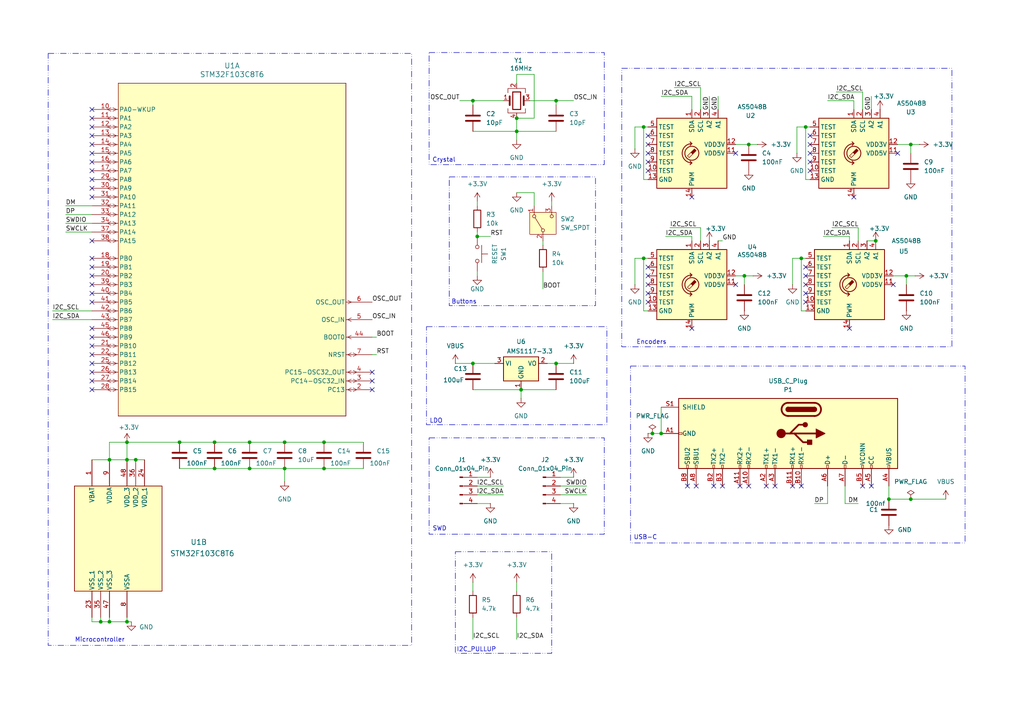
<source format=kicad_sch>
(kicad_sch (version 20250114) (generator "eeschema") (generator_version "9.0")
  (paper "A4")
  (lib_symbols
    (symbol "Connector:Conn_01x04_Pin" (pin_names (offset 1.016) (hide yes))
      (property "Reference" "J" (at 0 5.08 0))
      (property "Value" "Conn_01x04_Pin" (at 0 -7.62 0))
      (symbol "Conn_01x04_Pin_1_1"
        (pin passive line (at 5.08 2.54 180) (length 3.81) (name "Pin_1") (number "1"))
        (pin passive line (at 5.08 0 180) (length 3.81) (name "Pin_2") (number "2"))
        (pin passive line (at 5.08 -2.54 180) (length 3.81) (name "Pin_3") (number "3"))
        (pin passive line (at 5.08 -5.08 180) (length 3.81) (name "Pin_4") (number "4"))
      )
    )
    (symbol "Connector:USB_C_Plug" (pin_names (offset 1.016))
      (property "Reference" "P" (at -10.16 29.21 0))
      (property "Value" "USB_C_Plug" (at 10.16 29.21 0))
      (symbol "USB_C_Plug_1_1"
        (pin passive line (at -7.62 -40.64 90) (length 5.08) (name "SHIELD") (number "S1"))
        (pin passive line (at 0 -40.64 90) (length 5.08) (name "GND") (number "A1"))
        (pin passive line (at 0 -40.64 90) (length 5.08) (hide yes) (name "GND") (number "A12"))
        (pin passive line (at 0 -40.64 90) (length 5.08) (hide yes) (name "GND") (number "B1"))
        (pin passive line (at 0 -40.64 90) (length 5.08) (hide yes) (name "GND") (number "B12"))
        (pin passive line (at 15.24 25.4 180) (length 5.08) (name "VBUS") (number "A4"))
        (pin passive line (at 15.24 25.4 180) (length 5.08) (hide yes) (name "VBUS") (number "A9"))
        (pin passive line (at 15.24 25.4 180) (length 5.08) (hide yes) (name "VBUS") (number "B4"))
        (pin passive line (at 15.24 25.4 180) (length 5.08) (hide yes) (name "VBUS") (number "B9"))
        (pin bidirectional line (at 15.24 20.32 180) (length 5.08) (name "CC") (number "A5"))
        (pin bidirectional line (at 15.24 17.78 180) (length 5.08) (name "VCONN") (number "B5"))
        (pin bidirectional line (at 15.24 12.7 180) (length 5.08) (name "D-") (number "A7"))
        (pin bidirectional line (at 15.24 7.62 180) (length 5.08) (name "D+") (number "A6"))
        (pin bidirectional line (at 15.24 0 180) (length 5.08) (name "RX1-") (number "B10"))
        (pin bidirectional line (at 15.24 -2.54 180) (length 5.08) (name "RX1+") (number "B11"))
        (pin bidirectional line (at 15.24 -7.62 180) (length 5.08) (name "TX1-") (number "A3"))
        (pin bidirectional line (at 15.24 -10.16 180) (length 5.08) (name "TX1+") (number "A2"))
        (pin bidirectional line (at 15.24 -15.24 180) (length 5.08) (name "RX2-") (number "A10"))
        (pin bidirectional line (at 15.24 -17.78 180) (length 5.08) (name "RX2+") (number "A11"))
        (pin bidirectional line (at 15.24 -22.86 180) (length 5.08) (name "TX2-") (number "B3"))
        (pin bidirectional line (at 15.24 -25.4 180) (length 5.08) (name "TX2+") (number "B2"))
        (pin bidirectional line (at 15.24 -30.48 180) (length 5.08) (name "SBU1") (number "A8"))
        (pin bidirectional line (at 15.24 -33.02 180) (length 5.08) (name "SBU2") (number "B8"))
      )
    )
    (symbol "Device:C" (pin_numbers (hide yes)) (pin_names (offset 0.254))
      (property "Reference" "C" (at 0.635 2.54 0))
      (property "Value" "C" (at 0.635 -2.54 0))
      (symbol "C_1_1"
        (pin passive line (at 0 3.81 270) (length 2.794) (name "~") (number "1"))
        (pin passive line (at 0 -3.81 90) (length 2.794) (name "~") (number "2"))
      )
    )
    (symbol "Device:Crystal_GND24" (pin_names (offset 1.016) (hide yes))
      (property "Reference" "Y" (at 3.175 5.08 0))
      (property "Value" "Crystal_GND24" (at 3.175 3.175 0))
      (symbol "Crystal_GND24_1_1"
        (pin passive line (at -3.81 0 0) (length 1.27) (name "1") (number "1"))
        (pin passive line (at 0 5.08 270) (length 1.27) (name "2") (number "2"))
        (pin passive line (at 0 -5.08 90) (length 1.27) (name "4") (number "4"))
        (pin passive line (at 3.81 0 180) (length 1.27) (name "3") (number "3"))
      )
    )
    (symbol "Device:R" (pin_numbers (hide yes)) (pin_names (offset 0))
      (property "Reference" "R" (at 2.032 0 90))
      (property "Value" "R" (at 0 0 90))
      (symbol "R_1_1"
        (pin passive line (at 0 3.81 270) (length 1.27) (name "~") (number "1"))
        (pin passive line (at 0 -3.81 90) (length 1.27) (name "~") (number "2"))
      )
    )
    (symbol "Regulator_Linear:AMS1117-3.3"
      (property "Reference" "U" (at -3.81 3.175 0))
      (property "Value" "AMS1117-3.3" (at 0 3.175 0))
      (symbol "AMS1117-3.3_1_1"
        (pin power_in line (at -7.62 0 0) (length 2.54) (name "VI") (number "3"))
        (pin power_in line (at 0 -7.62 90) (length 2.54) (name "GND") (number "1"))
        (pin power_out line (at 7.62 0 180) (length 2.54) (name "VO") (number "2"))
      )
    )
    (symbol "STM32F103C8T6_1" (pin_names (offset 0.254))
      (property "Reference" "U1" (at 40.64 12.7 0))
      (property "Value" "STM32F103C8T6" (at 40.64 10.16 0))
      (symbol "STM32F103C8T6_1_1_1"
        (pin bidirectional line (at 0 0 0) (length 7.62) (name "PA0-WKUP") (number "10"))
        (pin bidirectional line (at 0 -2.54 0) (length 7.62) (name "PA1") (number "11"))
        (pin bidirectional line (at 0 -5.08 0) (length 7.62) (name "PA2") (number "12"))
        (pin bidirectional line (at 0 -7.62 0) (length 7.62) (name "PA3") (number "13"))
        (pin bidirectional line (at 0 -10.16 0) (length 7.62) (name "PA4") (number "14"))
        (pin bidirectional line (at 0 -12.7 0) (length 7.62) (name "PA5") (number "15"))
        (pin bidirectional line (at 0 -15.24 0) (length 7.62) (name "PA6") (number "16"))
        (pin bidirectional line (at 0 -17.78 0) (length 7.62) (name "PA7") (number "17"))
        (pin bidirectional line (at 0 -20.32 0) (length 7.62) (name "PA8") (number "29"))
        (pin bidirectional line (at 0 -22.86 0) (length 7.62) (name "PA9") (number "30"))
        (pin bidirectional line (at 0 -25.4 0) (length 7.62) (name "PA10") (number "31"))
        (pin bidirectional line (at 0 -27.94 0) (length 7.62) (name "PA11") (number "32"))
        (pin bidirectional line (at 0 -30.48 0) (length 7.62) (name "PA12") (number "33"))
        (pin bidirectional line (at 0 -33.02 0) (length 7.62) (name "PA13") (number "34"))
        (pin bidirectional line (at 0 -35.56 0) (length 7.62) (name "PA14") (number "37"))
        (pin bidirectional line (at 0 -38.1 0) (length 7.62) (name "PA15") (number "38"))
        (pin bidirectional line (at 0 -43.18 0) (length 7.62) (name "PB0") (number "18"))
        (pin bidirectional line (at 0 -45.72 0) (length 7.62) (name "PB1") (number "19"))
        (pin bidirectional line (at 0 -48.26 0) (length 7.62) (name "PB2") (number "20"))
        (pin bidirectional line (at 0 -50.8 0) (length 7.62) (name "PB3") (number "39"))
        (pin bidirectional line (at 0 -53.34 0) (length 7.62) (name "PB4") (number "40"))
        (pin bidirectional line (at 0 -55.88 0) (length 7.62) (name "PB5") (number "41"))
        (pin bidirectional line (at 0 -58.42 0) (length 7.62) (name "PB6") (number "42"))
        (pin bidirectional line (at 0 -60.96 0) (length 7.62) (name "PB7") (number "43"))
        (pin bidirectional line (at 0 -63.5 0) (length 7.62) (name "PB8") (number "45"))
        (pin bidirectional line (at 0 -66.04 0) (length 7.62) (name "PB9") (number "46"))
        (pin bidirectional line (at 0 -68.58 0) (length 7.62) (name "PB10") (number "21"))
        (pin bidirectional line (at 0 -71.12 0) (length 7.62) (name "PB11") (number "22"))
        (pin bidirectional line (at 0 -73.66 0) (length 7.62) (name "PB12") (number "25"))
        (pin bidirectional line (at 0 -76.2 0) (length 7.62) (name "PB13") (number "26"))
        (pin bidirectional line (at 0 -78.74 0) (length 7.62) (name "PB14") (number "27"))
        (pin bidirectional line (at 0 -81.28 0) (length 7.62) (name "PB15") (number "28"))
        (pin output line (at 81.28 -55.88 180) (length 7.62) (name "OSC_OUT") (number "6"))
        (pin input line (at 81.28 -60.96 180) (length 7.62) (name "OSC_IN") (number "5"))
        (pin input line (at 81.28 -66.04 180) (length 7.62) (name "BOOT0") (number "44"))
        (pin bidirectional line (at 81.28 -71.12 180) (length 7.62) (name "NRST") (number "7"))
        (pin bidirectional line (at 81.28 -76.2 180) (length 7.62) (name "PC15-OSC32_OUT") (number "4"))
        (pin bidirectional line (at 81.28 -78.74 180) (length 7.62) (name "PC14-OSC32_IN") (number "3"))
        (pin bidirectional line (at 81.28 -81.28 180) (length 7.62) (name "PC13") (number "2"))
      )
      (symbol "STM32F103C8T6_1_2_1"
        (pin power_in line (at 0 0 0) (length 7.62) (name "VSS_1") (number "23"))
        (pin power_in line (at 0 -2.54 0) (length 7.62) (name "VSS_2") (number "35"))
        (pin power_in line (at 0 -5.08 0) (length 7.62) (name "VSS_3") (number "47"))
        (pin power_in line (at 0 -10.16 0) (length 7.62) (name "VSSA") (number "8"))
        (pin power_in line (at 45.72 0 180) (length 7.62) (name "VBAT") (number "1"))
        (pin power_in line (at 45.72 -5.08 180) (length 7.62) (name "VDDA") (number "9"))
        (pin power_in line (at 45.72 -10.16 180) (length 7.62) (name "VDD_3") (number "48"))
        (pin power_in line (at 45.72 -12.7 180) (length 7.62) (name "VDD_2") (number "36"))
        (pin power_in line (at 45.72 -15.24 180) (length 7.62) (name "VDD_1") (number "24"))
      )
    )
    (symbol "Sensor_Magnetic:AS5048B"
      (property "Reference" "U" (at -10.16 11.43 0))
      (property "Value" "AS5048B" (at 10.16 11.43 0))
      (symbol "AS5048B_1_1"
        (pin input line (at -12.7 7.62 0) (length 2.54) (name "A1") (number "4"))
        (pin input line (at -12.7 5.08 0) (length 2.54) (name "A2") (number "3"))
        (pin input line (at -12.7 2.54 0) (length 2.54) (name "SCL") (number "2"))
        (pin bidirectional line (at -12.7 0 0) (length 2.54) (name "SDA") (number "1"))
        (pin passive line (at -7.62 -12.7 90) (length 2.54) (name "TEST") (number "5"))
        (pin passive line (at -5.08 -12.7 90) (length 2.54) (name "TEST") (number "6"))
        (pin power_in line (at -2.54 12.7 270) (length 2.54) (name "VDD3V") (number "12"))
        (pin passive line (at -2.54 -12.7 90) (length 2.54) (name "TEST") (number "7"))
        (pin power_in line (at 0 12.7 270) (length 2.54) (name "VDD5V") (number "11"))
        (pin passive line (at 0 -12.7 90) (length 2.54) (name "TEST") (number "8"))
        (pin passive line (at 2.54 -12.7 90) (length 2.54) (name "TEST") (number "9"))
        (pin passive line (at 5.08 -12.7 90) (length 2.54) (name "TEST") (number "10"))
        (pin power_in line (at 7.62 -12.7 90) (length 2.54) (name "GND") (number "13"))
        (pin output line (at 12.7 0 180) (length 2.54) (name "PWM") (number "14"))
      )
    )
    (symbol "Stm:STM32F103C8T6" (pin_names (offset 0.254))
      (property "Reference" "U1" (at 40.64 12.7 0))
      (property "Value" "STM32F103C8T6" (at 40.64 10.16 0))
      (symbol "STM32F103C8T6_1_1"
        (pin bidirectional line (at 0 0 0) (length 7.62) (name "PA0-WKUP") (number "10"))
        (pin bidirectional line (at 0 -2.54 0) (length 7.62) (name "PA1") (number "11"))
        (pin bidirectional line (at 0 -5.08 0) (length 7.62) (name "PA2") (number "12"))
        (pin bidirectional line (at 0 -7.62 0) (length 7.62) (name "PA3") (number "13"))
        (pin bidirectional line (at 0 -10.16 0) (length 7.62) (name "PA4") (number "14"))
        (pin bidirectional line (at 0 -12.7 0) (length 7.62) (name "PA5") (number "15"))
        (pin bidirectional line (at 0 -15.24 0) (length 7.62) (name "PA6") (number "16"))
        (pin bidirectional line (at 0 -17.78 0) (length 7.62) (name "PA7") (number "17"))
        (pin bidirectional line (at 0 -20.32 0) (length 7.62) (name "PA8") (number "29"))
        (pin bidirectional line (at 0 -22.86 0) (length 7.62) (name "PA9") (number "30"))
        (pin bidirectional line (at 0 -25.4 0) (length 7.62) (name "PA10") (number "31"))
        (pin bidirectional line (at 0 -27.94 0) (length 7.62) (name "PA11") (number "32"))
        (pin bidirectional line (at 0 -30.48 0) (length 7.62) (name "PA12") (number "33"))
        (pin bidirectional line (at 0 -33.02 0) (length 7.62) (name "PA13") (number "34"))
        (pin bidirectional line (at 0 -35.56 0) (length 7.62) (name "PA14") (number "37"))
        (pin bidirectional line (at 0 -38.1 0) (length 7.62) (name "PA15") (number "38"))
        (pin bidirectional line (at 0 -43.18 0) (length 7.62) (name "PB0") (number "18"))
        (pin bidirectional line (at 0 -45.72 0) (length 7.62) (name "PB1") (number "19"))
        (pin bidirectional line (at 0 -48.26 0) (length 7.62) (name "PB2") (number "20"))
        (pin bidirectional line (at 0 -50.8 0) (length 7.62) (name "PB3") (number "39"))
        (pin bidirectional line (at 0 -53.34 0) (length 7.62) (name "PB4") (number "40"))
        (pin bidirectional line (at 0 -55.88 0) (length 7.62) (name "PB5") (number "41"))
        (pin bidirectional line (at 0 -58.42 0) (length 7.62) (name "PB6") (number "42"))
        (pin bidirectional line (at 0 -60.96 0) (length 7.62) (name "PB7") (number "43"))
        (pin bidirectional line (at 0 -63.5 0) (length 7.62) (name "PB8") (number "45"))
        (pin bidirectional line (at 0 -66.04 0) (length 7.62) (name "PB9") (number "46"))
        (pin bidirectional line (at 0 -68.58 0) (length 7.62) (name "PB10") (number "21"))
        (pin bidirectional line (at 0 -71.12 0) (length 7.62) (name "PB11") (number "22"))
        (pin bidirectional line (at 0 -73.66 0) (length 7.62) (name "PB12") (number "25"))
        (pin bidirectional line (at 0 -76.2 0) (length 7.62) (name "PB13") (number "26"))
        (pin bidirectional line (at 0 -78.74 0) (length 7.62) (name "PB14") (number "27"))
        (pin bidirectional line (at 0 -81.28 0) (length 7.62) (name "PB15") (number "28"))
        (pin output line (at 81.28 -55.88 180) (length 7.62) (name "OSC_OUT") (number "6"))
        (pin input line (at 81.28 -60.96 180) (length 7.62) (name "OSC_IN") (number "5"))
        (pin input line (at 81.28 -66.04 180) (length 7.62) (name "BOOT0") (number "44"))
        (pin bidirectional line (at 81.28 -71.12 180) (length 7.62) (name "NRST") (number "7"))
        (pin bidirectional line (at 81.28 -76.2 180) (length 7.62) (name "PC15-OSC32_OUT") (number "4"))
        (pin bidirectional line (at 81.28 -78.74 180) (length 7.62) (name "PC14-OSC32_IN") (number "3"))
        (pin bidirectional line (at 81.28 -81.28 180) (length 7.62) (name "PC13") (number "2"))
      )
      (symbol "STM32F103C8T6_2_1"
        (pin power_in line (at 0 0 0) (length 7.62) (name "VSS_1") (number "23"))
        (pin power_in line (at 0 -2.54 0) (length 7.62) (name "VSS_2") (number "35"))
        (pin power_in line (at 0 -5.08 0) (length 7.62) (name "VSS_3") (number "47"))
        (pin power_in line (at 0 -10.16 0) (length 7.62) (name "VSSA") (number "8"))
        (pin power_in line (at 45.72 0 180) (length 7.62) (name "VBAT") (number "1"))
        (pin power_in line (at 45.72 -5.08 180) (length 7.62) (name "VDDA") (number "9"))
        (pin power_in line (at 45.72 -10.16 180) (length 7.62) (name "VDD_3") (number "48"))
        (pin power_in line (at 45.72 -12.7 180) (length 7.62) (name "VDD_2") (number "36"))
        (pin power_in line (at 45.72 -15.24 180) (length 7.62) (name "VDD_1") (number "24"))
      )
    )
    (symbol "Switch:SW_Push" (pin_numbers (hide yes)) (pin_names (offset 1.016) (hide yes))
      (property "Reference" "SW" (at 1.27 2.54 0))
      (property "Value" "SW_Push" (at 0 -1.524 0))
      (symbol "SW_Push_0_1"
        (pin passive line (at -5.08 0 0) (length 2.54) (name "1") (number "1"))
        (pin passive line (at 5.08 0 180) (length 2.54) (name "2") (number "2"))
      )
    )
    (symbol "Switch:SW_SPDT" (pin_names (offset 0) (hide yes))
      (property "Reference" "SW" (at 0 5.08 0))
      (property "Value" "SW_SPDT" (at 0 -5.08 0))
      (symbol "SW_SPDT_1_1"
        (pin passive line (at -5.08 0 0) (length 2.54) (name "B") (number "2"))
        (pin passive line (at 5.08 2.54 180) (length 2.54) (name "A") (number "1"))
        (pin passive line (at 5.08 -2.54 180) (length 2.54) (name "C") (number "3"))
      )
    )
    (symbol "power:+3.3V" (power) (pin_numbers (hide yes)) (pin_names (offset 0) (hide yes))
      (property "Value" "+3.3V" (at 0 3.556 0))
      (symbol "+3.3V_1_1"
        (pin power_in line (at 0 0 90) (length 0) (name "~") (number "1"))
      )
    )
    (symbol "power:GND" (power) (pin_numbers (hide yes)) (pin_names (offset 0) (hide yes))
      (property "Value" "GND" (at 0 -3.81 0))
      (symbol "GND_1_1"
        (pin power_in line (at 0 0 270) (length 0) (name "~") (number "1"))
      )
    )
    (symbol "power:PWR_FLAG" (power) (pin_numbers (hide yes)) (pin_names (offset 0) (hide yes))
      (property "Value" "PWR_FLAG" (at 0 3.81 0))
      (symbol "PWR_FLAG_0_0"
        (pin power_out line (at 0 0 90) (length 0) (name "~") (number "1"))
      )
    )
    (symbol "power:VBUS" (power) (pin_numbers (hide yes)) (pin_names (offset 0) (hide yes))
      (property "Value" "VBUS" (at 0 3.556 0))
      (symbol "VBUS_1_1"
        (pin power_in line (at 0 0 90) (length 0) (name "~") (number "1"))
      )
    )
  )
  (text "SWD" (at 127.508 153.416 0) (effects (font (size 1.27 1.27))))
  (text "LDO\n" (at 126.492 122.174 0) (effects (font (size 1.27 1.27))))
  (text "Encoders\n" (at 188.976 99.314 0) (effects (font (size 1.27 1.27))))
  (text "USB-C" (at 187.198 155.956 0) (effects (font (size 1.27 1.27))))
  (text "Microcontroller" (at 28.956 185.674 0) (effects (font (size 1.27 1.27))))
  (text "Buttons\n" (at 134.62 87.63 0) (effects (font (size 1.27 1.27))))
  (text "I2C_PULLUP" (at 138.176 188.468 0) (effects (font (size 1.27 1.27))))
  (text "Crystal" (at 128.778 46.482 0) (effects (font (size 1.27 1.27))))
  (text_box "" (at 180.34 19.812 0) (size 95.758 80.772) (margins 0.9525 0.9525 0.9525 0.9525) (stroke (width 0) (type dash_dot_dot)) (effects (font (size 1.27 1.27)) (justify left top)))
  (text_box "" (at 124.46 15.24 0) (size 50.8 32.512) (margins 0.9525 0.9525 0.9525 0.9525) (stroke (width 0) (type dash_dot_dot)) (effects (font (size 1.27 1.27)) (justify left top)))
  (text_box "" (at 13.97 15.494 0) (size 105.41 171.704) (margins 0.9525 0.9525 0.9525 0.9525) (stroke (width 0) (type dash_dot_dot)) (effects (font (size 1.27 1.27)) (justify left top)))
  (text_box "" (at 130.302 51.308 0) (size 42.418 37.338) (margins 0.9525 0.9525 0.9525 0.9525) (stroke (width 0) (type dash_dot_dot)) (effects (font (size 1.27 1.27)) (justify left top)))
  (text_box "" (at 123.698 94.742 0) (size 52.324 28.448) (margins 0.9525 0.9525 0.9525 0.9525) (stroke (width 0) (type dash_dot_dot)) (effects (font (size 1.27 1.27)) (justify left top)))
  (text_box "" (at 132.08 160.02 0) (size 27.94 29.464) (margins 0.9525 0.9525 0.9525 0.9525) (stroke (width 0) (type dash_dot_dot)) (effects (font (size 1.27 1.27)) (justify left top)))
  (text_box "" (at 124.46 127 0) (size 50.8 27.94) (margins 0.9525 0.9525 0.9525 0.9525) (stroke (width 0) (type dash_dot_dot)) (effects (font (size 1.27 1.27)) (justify left top)))
  (text_box "" (at 182.88 106.172 0) (size 97.028 51.308) (margins 0.9525 0.9525 0.9525 0.9525) (stroke (width 0) (type dash_dot_dot)) (effects (font (size 1.27 1.27)) (justify left top)))
  (junction (at 161.29 29.21))
  (junction (at 52.07 128.27))
  (junction (at 62.23 135.89))
  (junction (at 186.69 36.83))
  (junction (at 149.86 34.29))
  (junction (at 31.75 133.35))
  (junction (at 264.16 41.91))
  (junction (at 138.43 68.58))
  (junction (at 36.83 128.27))
  (junction (at 137.16 105.41))
  (junction (at 186.69 74.93))
  (junction (at 29.21 180.34))
  (junction (at 191.77 125.73))
  (junction (at 137.16 29.21))
  (junction (at 264.16 144.78))
  (junction (at 39.37 133.35))
  (junction (at 215.9 80.01))
  (junction (at 254 69.85))
  (junction (at 72.39 128.27))
  (junction (at 257.81 144.78))
  (junction (at 93.98 135.89))
  (junction (at 189.23 125.73))
  (junction (at 149.86 38.1))
  (junction (at 82.55 135.89))
  (junction (at 161.29 105.41))
  (junction (at 233.68 36.83))
  (junction (at 36.83 133.35))
  (junction (at 151.13 113.03))
  (junction (at 82.55 128.27))
  (junction (at 72.39 135.89))
  (junction (at 232.41 74.93))
  (junction (at 93.98 128.27))
  (junction (at 217.17 41.91))
  (junction (at 31.75 180.34))
  (junction (at 262.89 80.01))
  (junction (at 62.23 128.27))
  (junction (at 36.83 180.34))
  (no_connect (at 26.67 85.09))
  (no_connect (at 26.67 44.45))
  (no_connect (at 201.93 140.97))
  (no_connect (at 200.66 57.15))
  (no_connect (at 26.67 39.37))
  (no_connect (at 200.66 95.25))
  (no_connect (at 199.39 140.97))
  (no_connect (at 26.67 74.93))
  (no_connect (at 187.96 46.99))
  (no_connect (at 26.67 80.01))
  (no_connect (at 187.96 39.37))
  (no_connect (at 233.68 80.01))
  (no_connect (at 252.73 140.97))
  (no_connect (at 26.67 105.41))
  (no_connect (at 187.96 41.91))
  (no_connect (at 232.41 140.97))
  (no_connect (at 214.63 140.97))
  (no_connect (at 234.95 49.53))
  (no_connect (at 224.79 140.97))
  (no_connect (at 26.67 52.07))
  (no_connect (at 233.68 82.55))
  (no_connect (at 259.08 82.55))
  (no_connect (at 250.19 140.97))
  (no_connect (at 26.67 107.95))
  (no_connect (at 213.36 44.45))
  (no_connect (at 26.67 31.75))
  (no_connect (at 187.96 44.45))
  (no_connect (at 234.95 46.99))
  (no_connect (at 187.96 49.53))
  (no_connect (at 107.95 110.49))
  (no_connect (at 233.68 85.09))
  (no_connect (at 26.67 87.63))
  (no_connect (at 260.35 44.45))
  (no_connect (at 187.96 80.01))
  (no_connect (at 26.67 41.91))
  (no_connect (at 26.67 82.55))
  (no_connect (at 26.67 110.49))
  (no_connect (at 26.67 100.33))
  (no_connect (at 26.67 102.87))
  (no_connect (at 233.68 77.47))
  (no_connect (at 107.95 107.95))
  (no_connect (at 233.68 87.63))
  (no_connect (at 187.96 85.09))
  (no_connect (at 234.95 44.45))
  (no_connect (at 26.67 36.83))
  (no_connect (at 234.95 41.91))
  (no_connect (at 26.67 95.25))
  (no_connect (at 247.65 57.15))
  (no_connect (at 26.67 97.79))
  (no_connect (at 187.96 87.63))
  (no_connect (at 26.67 54.61))
  (no_connect (at 26.67 46.99))
  (no_connect (at 229.87 140.97))
  (no_connect (at 26.67 49.53))
  (no_connect (at 26.67 113.03))
  (no_connect (at 234.95 39.37))
  (no_connect (at 187.96 77.47))
  (no_connect (at 26.67 69.85))
  (no_connect (at 26.67 34.29))
  (no_connect (at 213.36 82.55))
  (no_connect (at 222.25 140.97))
  (no_connect (at 217.17 140.97))
  (no_connect (at 209.55 140.97))
  (no_connect (at 187.96 82.55))
  (no_connect (at 207.01 140.97))
  (no_connect (at 26.67 57.15))
  (no_connect (at 246.38 95.25))
  (no_connect (at 26.67 77.47))
  (no_connect (at 107.95 113.03))
  (wire (pts (xy 161.29 29.21) (xy 161.29 30.48)))
  (wire (pts (xy 264.16 41.91) (xy 266.7 41.91)))
  (wire (pts (xy 184.15 82.55) (xy 184.15 74.93)))
  (wire (pts (xy 138.43 78.74) (xy 138.43 80.01)))
  (wire (pts (xy 245.11 140.97) (xy 245.11 146.05)))
  (wire (pts (xy 186.69 74.93) (xy 187.96 74.93)))
  (wire (pts (xy 262.89 80.01) (xy 265.43 80.01)))
  (wire (pts (xy 36.83 128.27) (xy 52.07 128.27)))
  (wire (pts (xy 161.29 105.41) (xy 166.37 105.41)))
  (wire (pts (xy 149.86 34.29) (xy 154.94 34.29)))
  (wire (pts (xy 137.16 29.21) (xy 137.16 30.48)))
  (wire (pts (xy 72.39 135.89) (xy 82.55 135.89)))
  (wire (pts (xy 19.05 64.77) (xy 26.67 64.77)))
  (wire (pts (xy 233.68 52.07) (xy 234.95 52.07)))
  (wire (pts (xy 138.43 146.05) (xy 142.24 146.05)))
  (wire (pts (xy 15.24 92.71) (xy 26.67 92.71)))
  (wire (pts (xy 252.73 27.94) (xy 252.73 31.75)))
  (wire (pts (xy 107.95 97.79) (xy 109.22 97.79)))
  (wire (pts (xy 215.9 80.01) (xy 218.44 80.01)))
  (wire (pts (xy 184.15 43.18) (xy 184.15 36.83)))
  (wire (pts (xy 250.19 26.67) (xy 250.19 31.75)))
  (wire (pts (xy 157.48 69.85) (xy 157.48 71.12)))
  (wire (pts (xy 238.76 68.58) (xy 246.38 68.58)))
  (wire (pts (xy 189.23 125.73) (xy 187.96 125.73)))
  (wire (pts (xy 264.16 144.78) (xy 274.32 144.78)))
  (wire (pts (xy 149.86 34.29) (xy 149.86 38.1)))
  (wire (pts (xy 186.69 36.83) (xy 187.96 36.83)))
  (wire (pts (xy 154.94 21.59) (xy 154.94 34.29)))
  (wire (pts (xy 232.41 74.93) (xy 229.87 74.93)))
  (wire (pts (xy 184.15 74.93) (xy 186.69 74.93)))
  (wire (pts (xy 233.68 36.83) (xy 233.68 52.07)))
  (wire (pts (xy 62.23 135.89) (xy 72.39 135.89)))
  (wire (pts (xy 232.41 90.17) (xy 232.41 74.93)))
  (wire (pts (xy 52.07 128.27) (xy 62.23 128.27)))
  (wire (pts (xy 251.46 69.85) (xy 254 69.85)))
  (wire (pts (xy 137.16 105.41) (xy 143.51 105.41)))
  (wire (pts (xy 138.43 143.51) (xy 146.05 143.51)))
  (wire (pts (xy 19.05 67.31) (xy 26.67 67.31)))
  (wire (pts (xy 162.56 146.05) (xy 166.37 146.05)))
  (wire (pts (xy 233.68 74.93) (xy 232.41 74.93)))
  (wire (pts (xy 205.74 27.94) (xy 205.74 31.75)))
  (wire (pts (xy 138.43 59.69) (xy 138.43 58.42)))
  (wire (pts (xy 193.04 68.58) (xy 200.66 68.58)))
  (wire (pts (xy 208.28 27.94) (xy 208.28 31.75)))
  (wire (pts (xy 240.03 29.21) (xy 247.65 29.21)))
  (wire (pts (xy 233.68 90.17) (xy 232.41 90.17)))
  (wire (pts (xy 26.67 180.34) (xy 29.21 180.34)))
  (wire (pts (xy 264.16 41.91) (xy 264.16 44.45)))
  (wire (pts (xy 195.58 25.4) (xy 203.2 25.4)))
  (wire (pts (xy 203.2 25.4) (xy 203.2 31.75)))
  (wire (pts (xy 29.21 180.34) (xy 29.21 179.07)))
  (wire (pts (xy 194.31 66.04) (xy 203.2 66.04)))
  (wire (pts (xy 29.21 180.34) (xy 31.75 180.34)))
  (wire (pts (xy 149.86 38.1) (xy 149.86 40.64)))
  (wire (pts (xy 138.43 138.43) (xy 142.24 138.43)))
  (wire (pts (xy 133.35 29.21) (xy 137.16 29.21)))
  (wire (pts (xy 247.65 29.21) (xy 247.65 31.75)))
  (wire (pts (xy 236.22 146.05) (xy 240.03 146.05)))
  (wire (pts (xy 259.08 80.01) (xy 262.89 80.01)))
  (wire (pts (xy 191.77 118.11) (xy 191.77 125.73)))
  (wire (pts (xy 213.36 80.01) (xy 215.9 80.01)))
  (wire (pts (xy 217.17 41.91) (xy 219.71 41.91)))
  (wire (pts (xy 72.39 128.27) (xy 82.55 128.27)))
  (wire (pts (xy 149.86 21.59) (xy 154.94 21.59)))
  (wire (pts (xy 36.83 180.34) (xy 38.1 180.34)))
  (wire (pts (xy 157.48 78.74) (xy 157.48 83.82)))
  (wire (pts (xy 186.69 52.07) (xy 187.96 52.07)))
  (wire (pts (xy 137.16 179.07) (xy 137.16 185.42)))
  (wire (pts (xy 240.03 140.97) (xy 240.03 146.05)))
  (wire (pts (xy 257.81 144.78) (xy 264.16 144.78)))
  (wire (pts (xy 200.66 68.58) (xy 200.66 69.85)))
  (wire (pts (xy 158.75 105.41) (xy 161.29 105.41)))
  (wire (pts (xy 234.95 36.83) (xy 233.68 36.83)))
  (wire (pts (xy 200.66 27.94) (xy 200.66 31.75)))
  (wire (pts (xy 137.16 29.21) (xy 146.05 29.21)))
  (wire (pts (xy 189.23 125.73) (xy 191.77 125.73)))
  (wire (pts (xy 19.05 62.23) (xy 26.67 62.23)))
  (wire (pts (xy 149.86 24.13) (xy 149.86 21.59)))
  (wire (pts (xy 107.95 102.87) (xy 109.22 102.87)))
  (wire (pts (xy 203.2 66.04) (xy 203.2 69.85)))
  (wire (pts (xy 248.92 146.05) (xy 245.11 146.05)))
  (wire (pts (xy 26.67 179.07) (xy 26.67 180.34)))
  (wire (pts (xy 160.02 58.42) (xy 160.02 59.69)))
  (wire (pts (xy 246.38 68.58) (xy 246.38 69.85)))
  (wire (pts (xy 36.83 179.07) (xy 36.83 180.34)))
  (wire (pts (xy 151.13 113.03) (xy 151.13 115.57)))
  (wire (pts (xy 262.89 80.01) (xy 262.89 82.55)))
  (wire (pts (xy 137.16 168.91) (xy 137.16 171.45)))
  (wire (pts (xy 260.35 41.91) (xy 264.16 41.91)))
  (wire (pts (xy 15.24 90.17) (xy 26.67 90.17)))
  (wire (pts (xy 213.36 41.91) (xy 217.17 41.91)))
  (wire (pts (xy 93.98 128.27) (xy 105.41 128.27)))
  (wire (pts (xy 36.83 133.35) (xy 36.83 128.27)))
  (wire (pts (xy 149.86 179.07) (xy 149.86 185.42)))
  (wire (pts (xy 209.55 69.85) (xy 208.28 69.85)))
  (wire (pts (xy 153.67 29.21) (xy 161.29 29.21)))
  (wire (pts (xy 82.55 128.27) (xy 93.98 128.27)))
  (wire (pts (xy 186.69 36.83) (xy 186.69 52.07)))
  (wire (pts (xy 215.9 80.01) (xy 215.9 82.55)))
  (wire (pts (xy 138.43 140.97) (xy 146.05 140.97)))
  (wire (pts (xy 138.43 67.31) (xy 138.43 68.58)))
  (wire (pts (xy 31.75 180.34) (xy 31.75 179.07)))
  (wire (pts (xy 82.55 135.89) (xy 93.98 135.89)))
  (wire (pts (xy 229.87 74.93) (xy 229.87 82.55)))
  (wire (pts (xy 31.75 180.34) (xy 36.83 180.34)))
  (wire (pts (xy 132.08 105.41) (xy 137.16 105.41)))
  (wire (pts (xy 26.67 133.35) (xy 31.75 133.35)))
  (wire (pts (xy 191.77 27.94) (xy 200.66 27.94)))
  (wire (pts (xy 231.14 36.83) (xy 231.14 44.45)))
  (wire (pts (xy 151.13 113.03) (xy 161.29 113.03)))
  (wire (pts (xy 242.57 26.67) (xy 250.19 26.67)))
  (wire (pts (xy 52.07 135.89) (xy 62.23 135.89)))
  (wire (pts (xy 39.37 133.35) (xy 41.91 133.35)))
  (wire (pts (xy 93.98 135.89) (xy 105.41 135.89)))
  (wire (pts (xy 36.83 133.35) (xy 39.37 133.35)))
  (wire (pts (xy 19.05 59.69) (xy 26.67 59.69)))
  (wire (pts (xy 137.16 38.1) (xy 149.86 38.1)))
  (wire (pts (xy 82.55 135.89) (xy 82.55 139.7)))
  (wire (pts (xy 257.81 144.78) (xy 257.81 140.97)))
  (wire (pts (xy 62.23 128.27) (xy 72.39 128.27)))
  (wire (pts (xy 162.56 143.51) (xy 170.18 143.51)))
  (wire (pts (xy 162.56 138.43) (xy 166.37 138.43)))
  (wire (pts (xy 31.75 133.35) (xy 36.83 133.35)))
  (wire (pts (xy 166.37 29.21) (xy 161.29 29.21)))
  (wire (pts (xy 162.56 140.97) (xy 170.18 140.97)))
  (wire (pts (xy 137.16 113.03) (xy 151.13 113.03)))
  (wire (pts (xy 31.75 128.27) (xy 31.75 133.35)))
  (wire (pts (xy 154.94 55.88) (xy 154.94 59.69)))
  (wire (pts (xy 31.75 128.27) (xy 36.83 128.27)))
  (wire (pts (xy 233.68 36.83) (xy 231.14 36.83)))
  (wire (pts (xy 149.86 168.91) (xy 149.86 171.45)))
  (wire (pts (xy 248.92 66.04) (xy 248.92 69.85)))
  (wire (pts (xy 184.15 36.83) (xy 186.69 36.83)))
  (wire (pts (xy 138.43 68.58) (xy 142.24 68.58)))
  (wire (pts (xy 149.86 55.88) (xy 154.94 55.88)))
  (wire (pts (xy 149.86 38.1) (xy 161.29 38.1)))
  (wire (pts (xy 241.3 66.04) (xy 248.92 66.04)))
  (wire (pts (xy 186.69 90.17) (xy 187.96 90.17)))
  (wire (pts (xy 186.69 74.93) (xy 186.69 90.17)))
  (label "I2C_SCL" (at 137.16 185.42 0))
  (label "GND" (at 205.74 27.94 270))
  (label "RST" (at 142.24 68.58 0))
  (label "SWCLK" (at 19.05 67.31 0))
  (label "DM" (at 19.05 59.69 0))
  (label "DM" (at 248.92 146.05 180))
  (label "BOOT" (at 157.48 83.82 0))
  (label "BOOT" (at 109.22 97.79 0))
  (label "I2C_SCL" (at 195.58 25.4 0))
  (label "I2C_SDA" (at 149.86 185.42 0))
  (label "SWCLK" (at 170.18 143.51 180))
  (label "OSC_OUT" (at 133.35 29.21 180))
  (label "I2C_SCL" (at 242.57 26.67 0))
  (label "I2C_SCL" (at 15.24 90.17 0))
  (label "I2C_SDA" (at 191.77 27.94 0))
  (label "I2C_SCL" (at 146.05 140.97 180))
  (label "OSC_IN" (at 166.37 29.21 0))
  (label "I2C_SDA" (at 15.24 92.71 0))
  (label "I2C_SCL" (at 241.3 66.04 0))
  (label "I2C_SDA" (at 238.76 68.58 0))
  (label "SWDIO" (at 170.18 140.97 180))
  (label "I2C_SDA" (at 146.05 143.51 180))
  (label "I2C_SDA" (at 240.03 29.21 0))
  (label "SWDIO" (at 19.05 64.77 0))
  (label "DP" (at 19.05 62.23 0))
  (label "OSC_IN" (at 107.95 92.71 0))
  (label "I2C_SCL" (at 194.31 66.04 0))
  (label "DP" (at 236.22 146.05 0))
  (label "GND" (at 209.55 69.85 0))
  (label "GND" (at 252.73 27.94 270))
  (label "OSC_OUT" (at 107.95 87.63 0))
  (label "GND" (at 208.28 27.94 270))
  (label "I2C_SDA" (at 193.04 68.58 0))
  (label "RST" (at 109.22 102.87 0))
  (symbol (lib_id "Sensor_Magnetic:AS5048B") (at 246.38 82.55 270) (unit 1)
    (property "Reference" "U5" (at 262.128 72.898 90))
    (property "Value" "AS5048B" (at 262.89 69.85 90))
    (property "Footprint" "Package_SO:TSSOP-14_4.4x5mm_P0.65mm" (effects (hide yes)))
    (property "Datasheet" "https://ams.com/documents/20143/36005/AS5048_DS000298_4-00.pdf" (effects (hide yes)))
    (property "Description" "Magnetic position sensor, 14-bit, PWM output, I2C Interface, TSSOP-14" (effects (hide yes)))
  )
  (symbol (lib_id "Device:C") (at 93.98 132.08 0) (unit 1)
    (property "Reference" "C14" (at 97.79 130.8099 0) (effects (justify left)))
    (property "Value" "100nF" (at 95.758 134.366 0) (effects (justify left)))
    (property "Footprint" "Capacitor_SMD:C_0402_1005Metric" (effects (hide yes)))
    (property "Description" "Unpolarized capacitor" (effects (hide yes)))
  )
  (symbol (lib_id "power:GND") (at 184.15 43.18 0) (unit 1)
    (property "Reference" "#PWR08" (effects (hide yes)))
    (property "Value" "GND" (at 184.15 48.26 0))
    (property "Description" "Power symbol creates a global label with name \"GND\" , ground" (effects (hide yes)))
  )
  (symbol (lib_id "Device:C") (at 264.16 48.26 0) (unit 1)
    (property "Reference" "C9" (at 267.97 46.9899 0) (effects (justify left)))
    (property "Value" "100nF" (at 267.97 49.5299 0) (effects (justify left)))
    (property "Footprint" "Capacitor_SMD:C_0402_1005Metric" (effects (hide yes)))
    (property "Description" "Unpolarized capacitor" (effects (hide yes)))
  )
  (symbol (lib_id "Sensor_Magnetic:AS5048B") (at 200.66 82.55 270) (unit 1)
    (property "Reference" "U4" (at 218.186 71.628 90))
    (property "Value" "AS5048B" (at 218.186 73.914 90))
    (property "Footprint" "Package_SO:TSSOP-14_4.4x5mm_P0.65mm" (effects (hide yes)))
    (property "Datasheet" "https://ams.com/documents/20143/36005/AS5048_DS000298_4-00.pdf" (effects (hide yes)))
    (property "Description" "Magnetic position sensor, 14-bit, PWM output, I2C Interface, TSSOP-14" (effects (hide yes)))
  )
  (symbol (lib_id "Connector:Conn_01x04_Pin") (at 157.48 140.97 0) (unit 1)
    (property "Reference" "J2" (at 158.115 133.35 0))
    (property "Value" "Conn_01x04_Pin" (at 158.115 135.89 0))
    (property "Footprint" "Connector_JST:JST_VH_B4P-VH-FB-B_1x04_P3.96mm_Vertical" (effects (hide yes)))
    (property "Description" "Generic connector, single row, 01x04, script generated" (effects (hide yes)))
  )
  (symbol (lib_id "Device:C") (at 161.29 109.22 0) (unit 1)
    (property "Reference" "C11" (at 165.1 107.9499 0) (effects (justify left)))
    (property "Value" "100uF" (at 165.1 110.4899 0) (effects (justify left)))
    (property "Footprint" "Capacitor_SMD:C_0402_1005Metric" (effects (hide yes)))
    (property "Description" "Unpolarized capacitor" (effects (hide yes)))
  )
  (symbol (lib_id "power:+3.3V") (at 149.86 168.91 0) (unit 1)
    (property "Reference" "#PWR040" (effects (hide yes)))
    (property "Value" "+3.3V" (at 149.86 163.83 0))
    (property "Description" "Power symbol creates a global label with name \"+3.3V\"" (effects (hide yes)))
  )
  (symbol (lib_id "Switch:SW_Push") (at 138.43 73.66 270) (unit 1)
    (property "Reference" "SW1" (at 146.05 73.66 0))
    (property "Value" "RESET" (at 143.51 73.66 0))
    (property "Footprint" "SPST:SW_FSM8JH" (effects (hide yes)))
    (property "Description" "Push button switch, generic, two pins" (effects (hide yes)))
  )
  (symbol (lib_id "power:PWR_FLAG") (at 189.23 125.73 0) (unit 1)
    (property "Reference" "#FLG02" (effects (hide yes)))
    (property "Value" "PWR_FLAG" (at 189.23 120.65 0))
    (property "Description" "Special symbol for telling ERC where power comes from" (effects (hide yes)))
  )
  (symbol (lib_id "power:+3.3V") (at 142.24 138.43 0) (unit 1)
    (property "Reference" "#PWR038" (effects (hide yes)))
    (property "Value" "+3.3V" (at 142.24 133.35 0))
    (property "Description" "Power symbol creates a global label with name \"+3.3V\"" (effects (hide yes)))
  )
  (symbol (lib_id "power:GND") (at 262.89 90.17 0) (unit 1)
    (property "Reference" "#PWR016" (effects (hide yes)))
    (property "Value" "GND" (at 262.89 95.25 0))
    (property "Description" "Power symbol creates a global label with name \"GND\" , ground" (effects (hide yes)))
  )
  (symbol (lib_id "power:+3.3V") (at 36.83 128.27 0) (unit 1)
    (property "Reference" "#PWR021" (effects (hide yes)))
    (property "Value" "+3.3V" (at 37.338 123.952 0))
    (property "Description" "Power symbol creates a global label with name \"+3.3V\"" (effects (hide yes)))
  )
  (symbol (lib_id "Device:R") (at 149.86 175.26 0) (unit 1)
    (property "Reference" "R6" (at 152.4 173.9899 0) (effects (justify left)))
    (property "Value" "4.7k" (at 152.4 176.5299 0) (effects (justify left)))
    (property "Footprint" "Resistor_SMD:R_0805_2012Metric" (effects (hide yes)))
    (property "Description" "Resistor" (effects (hide yes)))
  )
  (symbol (lib_id "Stm:STM32F103C8T6") (at 26.67 179.07 90) (unit 2)
    (property "Reference" "U1" (at 57.658 157.226 90) (effects (font (size 1.524 1.524))))
    (property "Value" "STM32F103C8T6" (at 58.674 160.528 90) (effects (font (size 1.524 1.524))))
    (property "Footprint" "stm:LQFP48_STM" (effects (hide yes)))
    (property "Datasheet" "STM32F103C8T6" (effects (hide yes)))
  )
  (symbol (lib_id "Device:C") (at 217.17 45.72 0) (unit 1)
    (property "Reference" "C4" (at 220.98 44.4499 0) (effects (justify left)))
    (property "Value" "100nF" (at 220.98 46.9899 0) (effects (justify left)))
    (property "Footprint" "Capacitor_SMD:C_0402_1005Metric" (effects (hide yes)))
    (property "Description" "Unpolarized capacitor" (effects (hide yes)))
  )
  (symbol (lib_id "power:+3.3V") (at 166.37 105.41 0) (unit 1)
    (property "Reference" "#PWR023" (effects (hide yes)))
    (property "Value" "+3.3V" (at 166.37 100.33 0))
    (property "Description" "Power symbol creates a global label with name \"+3.3V\"" (effects (hide yes)))
  )
  (symbol (lib_id "power:+3.3V") (at 166.37 138.43 0) (unit 1)
    (property "Reference" "#PWR039" (effects (hide yes)))
    (property "Value" "+3.3V" (at 166.37 133.35 0))
    (property "Description" "Power symbol creates a global label with name \"+3.3V\"" (effects (hide yes)))
  )
  (symbol (lib_id "power:+3.3V") (at 137.16 168.91 0) (unit 1)
    (property "Reference" "#PWR034" (effects (hide yes)))
    (property "Value" "+3.3V" (at 137.16 163.83 0))
    (property "Description" "Power symbol creates a global label with name \"+3.3V\"" (effects (hide yes)))
  )
  (symbol (lib_id "Device:C") (at 161.29 34.29 0) (unit 1)
    (property "Reference" "C3" (at 165.1 33.0199 0) (effects (justify left)))
    (property "Value" "10pF" (at 165.1 35.5599 0) (effects (justify left)))
    (property "Footprint" "Capacitor_SMD:C_0402_1005Metric" (effects (hide yes)))
    (property "Description" "Unpolarized capacitor" (effects (hide yes)))
  )
  (symbol (lib_id "power:+3.3V") (at 218.44 80.01 270) (unit 1)
    (property "Reference" "#PWR026" (effects (hide yes)))
    (property "Value" "+3.3V" (at 222.25 80.0099 90) (effects (justify left)))
    (property "Description" "Power symbol creates a global label with name \"+3.3V\"" (effects (hide yes)))
  )
  (symbol (lib_id "power:GND") (at 149.86 40.64 0) (unit 1)
    (property "Reference" "#PWR09" (effects (hide yes)))
    (property "Value" "GND" (at 149.86 45.72 0))
    (property "Description" "Power symbol creates a global label with name \"GND\" , ground" (effects (hide yes)))
  )
  (symbol (lib_id "Device:C") (at 52.07 132.08 0) (unit 1)
    (property "Reference" "C5" (at 55.88 130.8099 0) (effects (justify left)))
    (property "Value" "100nF" (at 54.102 134.366 0) (effects (justify left)))
    (property "Footprint" "Capacitor_SMD:C_0402_1005Metric" (effects (hide yes)))
    (property "Description" "Unpolarized capacitor" (effects (hide yes)))
  )
  (symbol (lib_id "power:+3.3V") (at 266.7 41.91 270) (unit 1)
    (property "Reference" "#PWR027" (effects (hide yes)))
    (property "Value" "+3.3V" (at 270.51 41.9099 90) (effects (justify left)))
    (property "Description" "Power symbol creates a global label with name \"+3.3V\"" (effects (hide yes)))
  )
  (symbol (lib_id "Connector:USB_C_Plug") (at 232.41 125.73 270) (unit 1)
    (property "Reference" "P1" (at 228.6 113.03 90))
    (property "Value" "USB_C_Plug" (at 228.6 110.49 90))
    (property "Footprint" "USB-C:GCT_USB4085-GF-A_REVB" (effects (hide yes)))
    (property "Datasheet" "https://www.usb.org/sites/default/files/documents/usb_type-c.zip" (effects (hide yes)))
    (property "Description" "USB Type-C Plug connector" (effects (hide yes)))
  )
  (symbol (lib_id "Device:C") (at 262.89 86.36 0) (unit 1)
    (property "Reference" "C10" (at 266.7 85.0899 0) (effects (justify left)))
    (property "Value" "100nF" (at 266.7 87.6299 0) (effects (justify left)))
    (property "Footprint" "Capacitor_SMD:C_0402_1005Metric" (effects (hide yes)))
    (property "Description" "Unpolarized capacitor" (effects (hide yes)))
  )
  (symbol (lib_id "power:GND") (at 231.14 44.45 0) (unit 1)
    (property "Reference" "#PWR010" (effects (hide yes)))
    (property "Value" "GND" (at 231.14 49.53 0))
    (property "Description" "Power symbol creates a global label with name \"GND\" , ground" (effects (hide yes)))
  )
  (symbol (lib_id "Device:R") (at 137.16 175.26 0) (unit 1)
    (property "Reference" "R5" (at 139.7 173.9899 0) (effects (justify left)))
    (property "Value" "4.7k" (at 139.7 176.5299 0) (effects (justify left)))
    (property "Footprint" "Resistor_SMD:R_0805_2012Metric" (effects (hide yes)))
    (property "Description" "Resistor" (effects (hide yes)))
  )
  (symbol (lib_id "Device:C") (at 105.41 132.08 0) (unit 1)
    (property "Reference" "C15" (at 109.22 130.8099 0) (effects (justify left)))
    (property "Value" "100nF" (at 107.188 134.366 0) (effects (justify left)))
    (property "Footprint" "Capacitor_SMD:C_0402_1005Metric" (effects (hide yes)))
    (property "Description" "Unpolarized capacitor" (effects (hide yes)))
  )
  (symbol (lib_id "power:GND") (at 166.37 146.05 0) (unit 1)
    (property "Reference" "#PWR024" (effects (hide yes)))
    (property "Value" "GND" (at 166.37 151.13 0))
    (property "Description" "Power symbol creates a global label with name \"GND\" , ground" (effects (hide yes)))
  )
  (symbol (lib_id "Device:C") (at 257.81 148.59 180) (unit 1)
    (property "Reference" "C1" (at 254.762 147.828 0) (effects (justify left)))
    (property "Value" "100nf" (at 256.794 146.05 0) (effects (justify left)))
    (property "Footprint" "Capacitor_SMD:C_0805_2012Metric" (effects (hide yes)))
    (property "Description" "Unpolarized capacitor" (effects (hide yes)))
  )
  (symbol (lib_name "STM32F103C8T6_1") (lib_id "Stm:STM32F103C8T6") (at 26.67 31.75 0) (unit 1)
    (property "Reference" "U1" (at 67.31 19.05 0) (effects (font (size 1.524 1.524))))
    (property "Value" "STM32F103C8T6" (at 67.31 21.59 0) (effects (font (size 1.524 1.524))))
    (property "Footprint" "stm:LQFP48_STM" (effects (hide yes)))
    (property "Datasheet" "STM32F103C8T6" (effects (hide yes)))
  )
  (symbol (lib_id "power:+3.3V") (at 254 69.85 0) (unit 1)
    (property "Reference" "#PWR035" (effects (hide yes)))
    (property "Value" "+3.3V" (at 255.016 66.294 0))
    (property "Description" "Power symbol creates a global label with name \"+3.3V\"" (effects (hide yes)))
  )
  (symbol (lib_id "Device:Crystal_GND24") (at 149.86 29.21 0) (unit 1)
    (property "Reference" "Y1" (at 150.368 17.526 0))
    (property "Value" "16MHz" (at 151.13 19.812 0))
    (property "Footprint" "Crystal:Crystal_SMD_3225-4Pin_3.2x2.5mm" (effects (hide yes)))
    (property "Description" "Four pin crystal, GND on pins 2 and 4" (effects (hide yes)))
  )
  (symbol (lib_id "Device:C") (at 215.9 86.36 0) (unit 1)
    (property "Reference" "C12" (at 219.71 85.0899 0) (effects (justify left)))
    (property "Value" "100nF" (at 219.71 87.6299 0) (effects (justify left)))
    (property "Footprint" "Capacitor_SMD:C_0402_1005Metric" (effects (hide yes)))
    (property "Description" "Unpolarized capacitor" (effects (hide yes)))
  )
  (symbol (lib_id "power:GND") (at 217.17 49.53 0) (unit 1)
    (property "Reference" "#PWR014" (effects (hide yes)))
    (property "Value" "GND" (at 217.17 54.61 0))
    (property "Description" "Power symbol creates a global label with name \"GND\" , ground" (effects (hide yes)))
  )
  (symbol (lib_id "Sensor_Magnetic:AS5048B") (at 247.65 44.45 270) (unit 1)
    (property "Reference" "U3" (at 264.16 32.512 90))
    (property "Value" "AS5048B" (at 264.414 29.972 90))
    (property "Footprint" "Package_SO:TSSOP-14_4.4x5mm_P0.65mm" (effects (hide yes)))
    (property "Datasheet" "https://ams.com/documents/20143/36005/AS5048_DS000298_4-00.pdf" (effects (hide yes)))
    (property "Description" "Magnetic position sensor, 14-bit, PWM output, I2C Interface, TSSOP-14" (effects (hide yes)))
  )
  (symbol (lib_id "power:VBUS") (at 274.32 144.78 0) (unit 1)
    (property "Reference" "#PWR032" (effects (hide yes)))
    (property "Value" "VBUS" (at 274.32 139.7 0))
    (property "Description" "Power symbol creates a global label with name \"VBUS\"" (effects (hide yes)))
  )
  (symbol (lib_id "power:GND") (at 187.96 125.73 0) (unit 1)
    (property "Reference" "#PWR01" (effects (hide yes)))
    (property "Value" "GND" (at 187.96 130.81 0))
    (property "Description" "Power symbol creates a global label with name \"GND\" , ground" (effects (hide yes)))
  )
  (symbol (lib_id "Regulator_Linear:AMS1117-3.3") (at 151.13 105.41 0) (unit 1)
    (property "Reference" "U6" (at 151.13 99.06 0))
    (property "Value" "AMS1117-3.3" (at 153.67 101.854 0))
    (property "Footprint" "Package_TO_SOT_SMD:SOT-223-3_TabPin2" (effects (hide yes)))
    (property "Datasheet" "http://www.advanced-monolithic.com/pdf/ds1117.pdf" (effects (hide yes)))
    (property "Description" "1A Low Dropout regulator, positive, 3.3V fixed output, SOT-223" (effects (hide yes)))
  )
  (symbol (lib_id "Device:C") (at 137.16 34.29 0) (unit 1)
    (property "Reference" "C2" (at 140.97 33.0199 0) (effects (justify left)))
    (property "Value" "10pF" (at 140.97 35.5599 0) (effects (justify left)))
    (property "Footprint" "Capacitor_SMD:C_0402_1005Metric" (effects (hide yes)))
    (property "Description" "Unpolarized capacitor" (effects (hide yes)))
  )
  (symbol (lib_id "Connector:Conn_01x04_Pin") (at 133.35 140.97 0) (unit 1)
    (property "Reference" "J1" (at 133.985 133.35 0))
    (property "Value" "Conn_01x04_Pin" (at 133.985 135.89 0))
    (property "Footprint" "Connector_JST:JST_VH_B4P-VH-FB-B_1x04_P3.96mm_Vertical" (effects (hide yes)))
    (property "Description" "Generic connector, single row, 01x04, script generated" (effects (hide yes)))
  )
  (symbol (lib_id "power:VBUS") (at 132.08 105.41 0) (unit 1)
    (property "Reference" "#PWR033" (effects (hide yes)))
    (property "Value" "VBUS" (at 132.08 100.33 0))
    (property "Description" "Power symbol creates a global label with name \"VBUS\"" (effects (hide yes)))
  )
  (symbol (lib_id "power:PWR_FLAG") (at 264.16 144.78 0) (unit 1)
    (property "Reference" "#FLG01" (effects (hide yes)))
    (property "Value" "PWR_FLAG" (at 264.16 139.7 0))
    (property "Description" "Special symbol for telling ERC where power comes from" (effects (hide yes)))
  )
  (symbol (lib_id "power:GND") (at 215.9 90.17 0) (unit 1)
    (property "Reference" "#PWR017" (effects (hide yes)))
    (property "Value" "GND" (at 215.9 95.25 0))
    (property "Description" "Power symbol creates a global label with name \"GND\" , ground" (effects (hide yes)))
  )
  (symbol (lib_id "power:+3.3V") (at 205.74 69.85 0) (unit 1)
    (property "Reference" "#PWR036" (effects (hide yes)))
    (property "Value" "+3.3V" (at 207.518 66.294 0))
    (property "Description" "Power symbol creates a global label with name \"+3.3V\"" (effects (hide yes)))
  )
  (symbol (lib_id "Sensor_Magnetic:AS5048B") (at 200.66 44.45 270) (unit 1)
    (property "Reference" "U2" (at 217.678 33.528 90))
    (property "Value" "AS5048B" (at 218.186 30.988 90))
    (property "Footprint" "Package_SO:TSSOP-14_4.4x5mm_P0.65mm" (effects (hide yes)))
    (property "Datasheet" "https://ams.com/documents/20143/36005/AS5048_DS000298_4-00.pdf" (effects (hide yes)))
    (property "Description" "Magnetic position sensor, 14-bit, PWM output, I2C Interface, TSSOP-14" (effects (hide yes)))
  )
  (symbol (lib_id "power:GND") (at 264.16 52.07 0) (unit 1)
    (property "Reference" "#PWR015" (effects (hide yes)))
    (property "Value" "GND" (at 264.16 57.15 0))
    (property "Description" "Power symbol creates a global label with name \"GND\" , ground" (effects (hide yes)))
  )
  (symbol (lib_id "power:GND") (at 149.86 55.88 0) (unit 1)
    (property "Reference" "#PWR020" (effects (hide yes)))
    (property "Value" "GND" (at 149.86 60.96 0))
    (property "Description" "Power symbol creates a global label with name \"GND\" , ground" (effects (hide yes)))
  )
  (symbol (lib_id "Switch:SW_SPDT") (at 157.48 64.77 90) (unit 1)
    (property "Reference" "SW2" (at 162.56 63.4999 90) (effects (justify right)))
    (property "Value" "SW_SPDT" (at 162.56 66.0399 90) (effects (justify right)))
    (property "Footprint" "SPDT:SW_MINI-SPDT-SW" (effects (hide yes)))
    (property "Description" "Switch, single pole double throw" (effects (hide yes)))
  )
  (symbol (lib_id "power:GND") (at 257.81 152.4 0) (unit 1)
    (property "Reference" "#PWR02" (effects (hide yes)))
    (property "Value" "GND" (at 260.35 153.6699 0) (effects (justify left)))
    (property "Description" "Power symbol creates a global label with name \"GND\" , ground" (effects (hide yes)))
  )
  (symbol (lib_id "power:GND") (at 82.55 139.7 0) (unit 1)
    (property "Reference" "#PWR03" (effects (hide yes)))
    (property "Value" "GND" (at 82.55 144.78 0))
    (property "Description" "Power symbol creates a global label with name \"GND\" , ground" (effects (hide yes)))
  )
  (symbol (lib_id "power:+3.3V") (at 160.02 58.42 0) (unit 1)
    (property "Reference" "#PWR031" (effects (hide yes)))
    (property "Value" "+3.3V" (at 160.02 53.34 0))
    (property "Description" "Power symbol creates a global label with name \"+3.3V\"" (effects (hide yes)))
  )
  (symbol (lib_id "power:GND") (at 38.1 180.34 0) (unit 1)
    (property "Reference" "#PWR06" (effects (hide yes)))
    (property "Value" "GND" (at 42.418 181.864 0))
    (property "Description" "Power symbol creates a global label with name \"GND\" , ground" (effects (hide yes)))
  )
  (symbol (lib_id "power:GND") (at 229.87 82.55 0) (unit 1)
    (property "Reference" "#PWR041" (effects (hide yes)))
    (property "Value" "GND" (at 229.87 87.63 0))
    (property "Description" "Power symbol creates a global label with name \"GND\" , ground" (effects (hide yes)))
  )
  (symbol (lib_id "Device:C") (at 82.55 132.08 0) (unit 1)
    (property "Reference" "C8" (at 86.36 130.8099 0) (effects (justify left)))
    (property "Value" "10uF" (at 86.36 133.3499 0) (effects (justify left)))
    (property "Footprint" "Capacitor_SMD:C_0805_2012Metric" (effects (hide yes)))
    (property "Description" "Unpolarized capacitor" (effects (hide yes)))
  )
  (symbol (lib_id "power:+3.3V") (at 255.27 31.75 0) (unit 1)
    (property "Reference" "#PWR037" (effects (hide yes)))
    (property "Value" "+3.3V" (at 256.286 27.94 0))
    (property "Description" "Power symbol creates a global label with name \"+3.3V\"" (effects (hide yes)))
  )
  (symbol (lib_id "power:GND") (at 138.43 80.01 0) (unit 1)
    (property "Reference" "#PWR019" (effects (hide yes)))
    (property "Value" "GND" (at 140.462 83.82 0) (effects (justify right)))
    (property "Description" "Power symbol creates a global label with name \"GND\" , ground" (effects (hide yes)))
  )
  (symbol (lib_id "power:+3.3V") (at 265.43 80.01 270) (unit 1)
    (property "Reference" "#PWR028" (effects (hide yes)))
    (property "Value" "+3.3V" (at 269.24 80.0099 90) (effects (justify left)))
    (property "Description" "Power symbol creates a global label with name \"+3.3V\"" (effects (hide yes)))
  )
  (symbol (lib_id "Device:C") (at 72.39 132.08 0) (unit 1)
    (property "Reference" "C7" (at 76.2 130.8099 0) (effects (justify left)))
    (property "Value" "100nF" (at 74.168 134.366 0) (effects (justify left)))
    (property "Footprint" "Capacitor_SMD:C_0402_1005Metric" (effects (hide yes)))
    (property "Description" "Unpolarized capacitor" (effects (hide yes)))
  )
  (symbol (lib_id "Device:C") (at 62.23 132.08 0) (unit 1)
    (property "Reference" "C6" (at 66.04 130.8099 0) (effects (justify left)))
    (property "Value" "100nF" (at 64.008 134.366 0) (effects (justify left)))
    (property "Footprint" "Capacitor_SMD:C_0402_1005Metric" (effects (hide yes)))
    (property "Description" "Unpolarized capacitor" (effects (hide yes)))
  )
  (symbol (lib_id "Device:C") (at 137.16 109.22 0) (unit 1)
    (property "Reference" "C13" (at 131.572 106.934 0) (effects (justify left)))
    (property "Value" "100uF" (at 128.524 110.236 0) (effects (justify left)))
    (property "Footprint" "Capacitor_SMD:C_0402_1005Metric" (effects (hide yes)))
    (property "Description" "Unpolarized capacitor" (effects (hide yes)))
  )
  (symbol (lib_id "power:GND") (at 142.24 146.05 0) (unit 1)
    (property "Reference" "#PWR07" (effects (hide yes)))
    (property "Value" "GND" (at 142.24 151.13 0))
    (property "Description" "Power symbol creates a global label with name \"GND\" , ground" (effects (hide yes)))
  )
  (symbol (lib_id "Device:R") (at 138.43 63.5 0) (unit 1)
    (property "Reference" "R3" (at 140.97 62.2299 0) (effects (justify left)))
    (property "Value" "10k" (at 140.97 64.7699 0) (effects (justify left)))
    (property "Footprint" "Resistor_SMD:R_0805_2012Metric" (effects (hide yes)))
    (property "Description" "Resistor" (effects (hide yes)))
  )
  (symbol (lib_id "Device:R") (at 157.48 74.93 0) (unit 1)
    (property "Reference" "R4" (at 160.02 73.6599 0) (effects (justify left)))
    (property "Value" "10k" (at 160.02 76.1999 0) (effects (justify left)))
    (property "Footprint" "Resistor_SMD:R_0805_2012Metric" (effects (hide yes)))
    (property "Description" "Resistor" (effects (hide yes)))
  )
  (symbol (lib_id "power:GND") (at 184.15 82.55 0) (unit 1)
    (property "Reference" "#PWR042" (effects (hide yes)))
    (property "Value" "GND" (at 184.15 87.63 0))
    (property "Description" "Power symbol creates a global label with name \"GND\" , ground" (effects (hide yes)))
  )
  (symbol (lib_id "power:+3.3V") (at 138.43 58.42 0) (unit 1)
    (property "Reference" "#PWR030" (effects (hide yes)))
    (property "Value" "+3.3V" (at 138.43 53.34 0))
    (property "Description" "Power symbol creates a global label with name \"+3.3V\"" (effects (hide yes)))
  )
  (symbol (lib_id "power:+3.3V") (at 219.71 41.91 270) (unit 1)
    (property "Reference" "#PWR025" (effects (hide yes)))
    (property "Value" "+3.3V" (at 223.52 41.9099 90) (effects (justify left)))
    (property "Description" "Power symbol creates a global label with name \"+3.3V\"" (effects (hide yes)))
  )
  (symbol (lib_id "power:GND") (at 151.13 115.57 0) (unit 1)
    (property "Reference" "#PWR018" (effects (hide yes)))
    (property "Value" "GND" (at 151.13 120.65 0))
    (property "Description" "Power symbol creates a global label with name \"GND\" , ground" (effects (hide yes)))
  )
)
</source>
